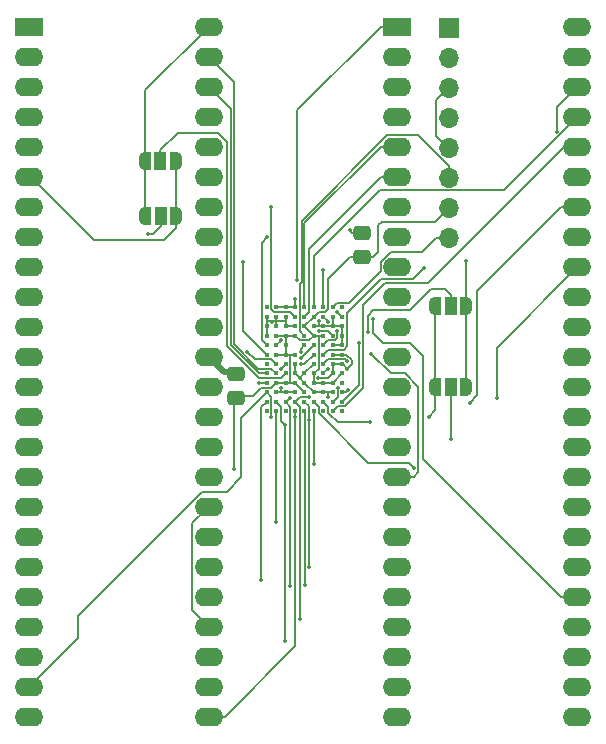
<source format=gbr>
%TF.GenerationSoftware,KiCad,Pcbnew,8.0.3*%
%TF.CreationDate,2024-11-10T11:38:16-08:00*%
%TF.ProjectId,Intel 105 BGA NOR+NAND,496e7465-6c20-4313-9035-20424741204e,rev?*%
%TF.SameCoordinates,Original*%
%TF.FileFunction,Copper,L1,Top*%
%TF.FilePolarity,Positive*%
%FSLAX46Y46*%
G04 Gerber Fmt 4.6, Leading zero omitted, Abs format (unit mm)*
G04 Created by KiCad (PCBNEW 8.0.3) date 2024-11-10 11:38:16*
%MOMM*%
%LPD*%
G01*
G04 APERTURE LIST*
G04 Aperture macros list*
%AMRoundRect*
0 Rectangle with rounded corners*
0 $1 Rounding radius*
0 $2 $3 $4 $5 $6 $7 $8 $9 X,Y pos of 4 corners*
0 Add a 4 corners polygon primitive as box body*
4,1,4,$2,$3,$4,$5,$6,$7,$8,$9,$2,$3,0*
0 Add four circle primitives for the rounded corners*
1,1,$1+$1,$2,$3*
1,1,$1+$1,$4,$5*
1,1,$1+$1,$6,$7*
1,1,$1+$1,$8,$9*
0 Add four rect primitives between the rounded corners*
20,1,$1+$1,$2,$3,$4,$5,0*
20,1,$1+$1,$4,$5,$6,$7,0*
20,1,$1+$1,$6,$7,$8,$9,0*
20,1,$1+$1,$8,$9,$2,$3,0*%
%AMFreePoly0*
4,1,19,0.550000,-0.750000,0.000000,-0.750000,0.000000,-0.744911,-0.071157,-0.744911,-0.207708,-0.704816,-0.327430,-0.627875,-0.420627,-0.520320,-0.479746,-0.390866,-0.500000,-0.250000,-0.500000,0.250000,-0.479746,0.390866,-0.420627,0.520320,-0.327430,0.627875,-0.207708,0.704816,-0.071157,0.744911,0.000000,0.744911,0.000000,0.750000,0.550000,0.750000,0.550000,-0.750000,0.550000,-0.750000,
$1*%
%AMFreePoly1*
4,1,19,0.000000,0.744911,0.071157,0.744911,0.207708,0.704816,0.327430,0.627875,0.420627,0.520320,0.479746,0.390866,0.500000,0.250000,0.500000,-0.250000,0.479746,-0.390866,0.420627,-0.520320,0.327430,-0.627875,0.207708,-0.704816,0.071157,-0.744911,0.000000,-0.744911,0.000000,-0.750000,-0.550000,-0.750000,-0.550000,0.750000,0.000000,0.750000,0.000000,0.744911,0.000000,0.744911,
$1*%
G04 Aperture macros list end*
%TA.AperFunction,SMDPad,CuDef*%
%ADD10RoundRect,0.250000X0.475000X-0.337500X0.475000X0.337500X-0.475000X0.337500X-0.475000X-0.337500X0*%
%TD*%
%TA.AperFunction,SMDPad,CuDef*%
%ADD11FreePoly0,0.000000*%
%TD*%
%TA.AperFunction,SMDPad,CuDef*%
%ADD12R,1.000000X1.500000*%
%TD*%
%TA.AperFunction,SMDPad,CuDef*%
%ADD13FreePoly1,0.000000*%
%TD*%
%TA.AperFunction,ComponentPad*%
%ADD14R,2.400000X1.600000*%
%TD*%
%TA.AperFunction,ComponentPad*%
%ADD15O,2.400000X1.600000*%
%TD*%
%TA.AperFunction,ComponentPad*%
%ADD16R,1.700000X1.700000*%
%TD*%
%TA.AperFunction,ComponentPad*%
%ADD17O,1.700000X1.700000*%
%TD*%
%TA.AperFunction,SMDPad,CuDef*%
%ADD18C,0.400000*%
%TD*%
%TA.AperFunction,ViaPad*%
%ADD19C,0.350000*%
%TD*%
%TA.AperFunction,Conductor*%
%ADD20C,0.150000*%
%TD*%
%TA.AperFunction,Conductor*%
%ADD21C,0.200000*%
%TD*%
%TA.AperFunction,Conductor*%
%ADD22C,0.500000*%
%TD*%
G04 APERTURE END LIST*
D10*
%TO.P,C2,1*%
%TO.N,VCC*%
X157680000Y-94887500D03*
%TO.P,C2,2*%
%TO.N,GND*%
X157680000Y-92812500D03*
%TD*%
D11*
%TO.P,CE4,1,A*%
%TO.N,/N-CE*%
X150000000Y-79425000D03*
D12*
%TO.P,CE4,2,C*%
%TO.N,/F4-CE*%
X151300000Y-79425000D03*
D13*
%TO.P,CE4,3,B*%
%TO.N,VCC*%
X152600000Y-79425000D03*
%TD*%
D14*
%TO.P,J3,1,Pin_1*%
%TO.N,GND*%
X140131800Y-63398400D03*
D15*
%TO.P,J3,2,Pin_2*%
%TO.N,/ALE*%
X140131800Y-65938400D03*
%TO.P,J3,3,Pin_3*%
%TO.N,/N-WP2*%
X140131800Y-68478400D03*
%TO.P,J3,4,Pin_4*%
%TO.N,/CLE*%
X140131800Y-71018400D03*
%TO.P,J3,5,Pin_5*%
%TO.N,/N-RE*%
X140131800Y-73558400D03*
%TO.P,J3,6,Pin_6*%
%TO.N,VCC*%
X140131800Y-76098400D03*
%TO.P,J3,7,Pin_7*%
%TO.N,unconnected-(J3-Pin_7-Pad7)*%
X140131800Y-78638400D03*
%TO.P,J3,8,Pin_8*%
%TO.N,unconnected-(J3-Pin_8-Pad8)*%
X140131800Y-81178400D03*
%TO.P,J3,9,Pin_9*%
%TO.N,unconnected-(J3-Pin_9-Pad9)*%
X140131800Y-83718400D03*
%TO.P,J3,10,Pin_10*%
%TO.N,unconnected-(J3-Pin_10-Pad10)*%
X140131800Y-86258400D03*
%TO.P,J3,11,Pin_11*%
%TO.N,unconnected-(J3-Pin_11-Pad11)*%
X140131800Y-88798400D03*
%TO.P,J3,12,Pin_12*%
%TO.N,unconnected-(J3-Pin_12-Pad12)*%
X140131800Y-91338400D03*
%TO.P,J3,13,Pin_13*%
%TO.N,unconnected-(J3-Pin_13-Pad13)*%
X140131800Y-93878400D03*
%TO.P,J3,14,Pin_14*%
%TO.N,VCC*%
X140131800Y-96418400D03*
%TO.P,J3,15,Pin_15*%
%TO.N,unconnected-(J3-Pin_15-Pad15)*%
X140131800Y-98958400D03*
%TO.P,J3,16,Pin_16*%
%TO.N,unconnected-(J3-Pin_16-Pad16)*%
X140131800Y-101498400D03*
%TO.P,J3,17,Pin_17*%
%TO.N,/AD0*%
X140131800Y-104038400D03*
%TO.P,J3,18,Pin_18*%
%TO.N,unconnected-(J3-Pin_18-Pad18)*%
X140131800Y-106578400D03*
%TO.P,J3,19,Pin_19*%
%TO.N,unconnected-(J3-Pin_19-Pad19)*%
X140131800Y-109118400D03*
%TO.P,J3,20,Pin_20*%
%TO.N,/AD1*%
X140131800Y-111658400D03*
%TO.P,J3,21,Pin_21*%
%TO.N,unconnected-(J3-Pin_21-Pad21)*%
X140131800Y-114198400D03*
%TO.P,J3,22,Pin_22*%
%TO.N,GND*%
X140131800Y-116738400D03*
%TO.P,J3,23,Pin_23*%
%TO.N,/AD2*%
X140131800Y-119278400D03*
%TO.P,J3,24,Pin_24*%
%TO.N,/AD3*%
X140131800Y-121818400D03*
%TO.P,J3,25,Pin_25*%
%TO.N,/AD4*%
X155371800Y-121818400D03*
%TO.P,J3,26,Pin_26*%
%TO.N,/AD6*%
X155371800Y-119278400D03*
%TO.P,J3,27,Pin_27*%
%TO.N,GND*%
X155371800Y-116738400D03*
%TO.P,J3,28,Pin_28*%
%TO.N,VCC*%
X155371800Y-114198400D03*
%TO.P,J3,29,Pin_29*%
%TO.N,/AD5*%
X155371800Y-111658400D03*
%TO.P,J3,30,Pin_30*%
%TO.N,/AD7*%
X155371800Y-109118400D03*
%TO.P,J3,31,Pin_31*%
%TO.N,unconnected-(J3-Pin_31-Pad31)*%
X155371800Y-106578400D03*
%TO.P,J3,32,Pin_32*%
%TO.N,VCC*%
X155371800Y-104038400D03*
%TO.P,J3,33,Pin_33*%
%TO.N,unconnected-(J3-Pin_33-Pad33)*%
X155371800Y-101498400D03*
%TO.P,J3,34,Pin_34*%
%TO.N,unconnected-(J3-Pin_34-Pad34)*%
X155371800Y-98958400D03*
%TO.P,J3,35,Pin_35*%
%TO.N,unconnected-(J3-Pin_35-Pad35)*%
X155371800Y-96418400D03*
%TO.P,J3,36,Pin_36*%
%TO.N,unconnected-(J3-Pin_36-Pad36)*%
X155371800Y-93878400D03*
%TO.P,J3,37,Pin_37*%
%TO.N,GND*%
X155371800Y-91338400D03*
%TO.P,J3,38,Pin_38*%
%TO.N,unconnected-(J3-Pin_38-Pad38)*%
X155371800Y-88798400D03*
%TO.P,J3,39,Pin_39*%
%TO.N,unconnected-(J3-Pin_39-Pad39)*%
X155371800Y-86258400D03*
%TO.P,J3,40,Pin_40*%
%TO.N,unconnected-(J3-Pin_40-Pad40)*%
X155371800Y-83718400D03*
%TO.P,J3,41,Pin_41*%
%TO.N,unconnected-(J3-Pin_41-Pad41)*%
X155371800Y-81178400D03*
%TO.P,J3,42,Pin_42*%
%TO.N,unconnected-(J3-Pin_42-Pad42)*%
X155371800Y-78638400D03*
%TO.P,J3,43,Pin_43*%
%TO.N,unconnected-(J3-Pin_43-Pad43)*%
X155371800Y-76098400D03*
%TO.P,J3,44,Pin_44*%
%TO.N,unconnected-(J3-Pin_44-Pad44)*%
X155371800Y-73558400D03*
%TO.P,J3,45,Pin_45*%
%TO.N,unconnected-(J3-Pin_45-Pad45)*%
X155371800Y-71018400D03*
%TO.P,J3,46,Pin_46*%
%TO.N,/N-RY{slash}BY*%
X155371800Y-68478400D03*
%TO.P,J3,47,Pin_47*%
%TO.N,/N-WE*%
X155371800Y-65938400D03*
%TO.P,J3,48,Pin_48*%
%TO.N,/N-CE*%
X155371800Y-63398400D03*
%TD*%
D14*
%TO.P,J1,1,Pin_1*%
%TO.N,/A16*%
X171348400Y-63423800D03*
D15*
%TO.P,J1,2,Pin_2*%
%TO.N,/A20*%
X171348400Y-65963800D03*
%TO.P,J1,3,Pin_3*%
%TO.N,/A21*%
X171348400Y-68503800D03*
%TO.P,J1,4,Pin_4*%
%TO.N,unconnected-(J1-Pin_4-Pad4)*%
X171348400Y-71043800D03*
%TO.P,J1,5,Pin_5*%
%TO.N,/A19*%
X171348400Y-73583800D03*
%TO.P,J1,6,Pin_6*%
%TO.N,/A18*%
X171348400Y-76123800D03*
%TO.P,J1,7,Pin_7*%
%TO.N,/A17*%
X171348400Y-78663800D03*
%TO.P,J1,8,Pin_8*%
%TO.N,/F-WP1*%
X171348400Y-81203800D03*
%TO.P,J1,9,Pin_9*%
%TO.N,/A24*%
X171348400Y-83743800D03*
%TO.P,J1,10,Pin_10*%
%TO.N,unconnected-(J1-Pin_10-Pad10)*%
X171348400Y-86283800D03*
%TO.P,J1,11,Pin_11*%
%TO.N,unconnected-(J1-Pin_11-Pad11)*%
X171348400Y-88823800D03*
%TO.P,J1,12,Pin_12*%
%TO.N,unconnected-(J1-Pin_12-Pad12)*%
X171348400Y-91363800D03*
%TO.P,J1,13,Pin_13*%
%TO.N,VPP*%
X171348400Y-93903800D03*
%TO.P,J1,14,Pin_14*%
%TO.N,/F-CE*%
X171348400Y-96443800D03*
%TO.P,J1,15,Pin_15*%
%TO.N,unconnected-(J1-Pin_15-Pad15)*%
X171348400Y-98983800D03*
%TO.P,J1,16,Pin_16*%
%TO.N,/F-RST*%
X171348400Y-101523800D03*
%TO.P,J1,17,Pin_17*%
%TO.N,unconnected-(J1-Pin_17-Pad17)*%
X171348400Y-104063800D03*
%TO.P,J1,18,Pin_18*%
%TO.N,unconnected-(J1-Pin_18-Pad18)*%
X171348400Y-106603800D03*
%TO.P,J1,19,Pin_19*%
%TO.N,unconnected-(J1-Pin_19-Pad19)*%
X171348400Y-109143800D03*
%TO.P,J1,20,Pin_20*%
%TO.N,unconnected-(J1-Pin_20-Pad20)*%
X171348400Y-111683800D03*
%TO.P,J1,21,Pin_21*%
%TO.N,unconnected-(J1-Pin_21-Pad21)*%
X171348400Y-114223800D03*
%TO.P,J1,22,Pin_22*%
%TO.N,unconnected-(J1-Pin_22-Pad22)*%
X171348400Y-116763800D03*
%TO.P,J1,23,Pin_23*%
%TO.N,unconnected-(J1-Pin_23-Pad23)*%
X171348400Y-119303800D03*
%TO.P,J1,24,Pin_24*%
%TO.N,unconnected-(J1-Pin_24-Pad24)*%
X171348400Y-121843800D03*
%TO.P,J1,25,Pin_25*%
%TO.N,unconnected-(J1-Pin_25-Pad25)*%
X186588400Y-121843800D03*
%TO.P,J1,26,Pin_26*%
%TO.N,unconnected-(J1-Pin_26-Pad26)*%
X186588400Y-119303800D03*
%TO.P,J1,27,Pin_27*%
%TO.N,unconnected-(J1-Pin_27-Pad27)*%
X186588400Y-116763800D03*
%TO.P,J1,28,Pin_28*%
%TO.N,/AD8*%
X186588400Y-114223800D03*
%TO.P,J1,29,Pin_29*%
%TO.N,/A22*%
X186588400Y-111683800D03*
%TO.P,J1,30,Pin_30*%
%TO.N,/AD1*%
X186588400Y-109143800D03*
%TO.P,J1,31,Pin_31*%
%TO.N,/AD0*%
X186588400Y-106603800D03*
%TO.P,J1,32,Pin_32*%
%TO.N,/AD9*%
X186588400Y-104063800D03*
%TO.P,J1,33,Pin_33*%
%TO.N,/AD10*%
X186588400Y-101523800D03*
%TO.P,J1,34,Pin_34*%
%TO.N,/AD2*%
X186588400Y-98983800D03*
%TO.P,J1,35,Pin_35*%
%TO.N,/AD3*%
X186588400Y-96443800D03*
%TO.P,J1,36,Pin_36*%
%TO.N,/AD11*%
X186588400Y-93903800D03*
%TO.P,J1,37,Pin_37*%
%TO.N,/AD13*%
X186588400Y-91363800D03*
%TO.P,J1,38,Pin_38*%
%TO.N,/AD5*%
X186588400Y-88823800D03*
%TO.P,J1,39,Pin_39*%
%TO.N,/AD12*%
X186588400Y-86283800D03*
%TO.P,J1,40,Pin_40*%
%TO.N,/AD4*%
X186588400Y-83743800D03*
%TO.P,J1,41,Pin_41*%
%TO.N,/AD6*%
X186588400Y-81203800D03*
%TO.P,J1,42,Pin_42*%
%TO.N,/AD7*%
X186588400Y-78663800D03*
%TO.P,J1,43,Pin_43*%
%TO.N,/AD14*%
X186588400Y-76123800D03*
%TO.P,J1,44,Pin_44*%
%TO.N,/AD15*%
X186588400Y-73583800D03*
%TO.P,J1,45,Pin_45*%
%TO.N,/A23*%
X186588400Y-71043800D03*
%TO.P,J1,46,Pin_46*%
%TO.N,/F-WE*%
X186588400Y-68503800D03*
%TO.P,J1,47,Pin_47*%
%TO.N,/F-OE*%
X186588400Y-65963800D03*
%TO.P,J1,48,Pin_48*%
%TO.N,unconnected-(J1-Pin_48-Pad48)*%
X186588400Y-63423800D03*
%TD*%
D11*
%TO.P,CE2,1,A*%
%TO.N,/F-CE*%
X174575000Y-93900000D03*
D12*
%TO.P,CE2,2,C*%
%TO.N,/F2-CE*%
X175875000Y-93900000D03*
D13*
%TO.P,CE2,3,B*%
%TO.N,VCC*%
X177175000Y-93900000D03*
%TD*%
D16*
%TO.P,J2,1,Pin_1*%
%TO.N,unconnected-(J2-Pin_1-Pad1)*%
X175691800Y-63525400D03*
D17*
%TO.P,J2,2,Pin_2*%
%TO.N,GND*%
X175691800Y-66065400D03*
%TO.P,J2,3,Pin_3*%
%TO.N,VCC*%
X175691800Y-68605400D03*
%TO.P,J2,4,Pin_4*%
%TO.N,GND*%
X175691800Y-71145400D03*
%TO.P,J2,5,Pin_5*%
%TO.N,VCC*%
X175691800Y-73685400D03*
%TO.P,J2,6,Pin_6*%
%TO.N,/ADV*%
X175691800Y-76225400D03*
%TO.P,J2,7,Pin_7*%
%TO.N,VCC*%
X175691800Y-78765400D03*
%TO.P,J2,8,Pin_8*%
%TO.N,/A25*%
X175691800Y-81305400D03*
%TD*%
D18*
%TO.P,U1,A1*%
%TO.N,N/C*%
X160287000Y-87172800D03*
%TO.P,U1,A2,A4*%
%TO.N,GND*%
X161087000Y-87172800D03*
%TO.P,U1,A3,A6*%
X161887000Y-87172800D03*
%TO.P,U1,A4,A7*%
X162687000Y-87172800D03*
%TO.P,U1,A5,A19*%
%TO.N,/A19*%
X163487000Y-87172800D03*
%TO.P,U1,A6,A23*%
%TO.N,/A23*%
X164287000Y-87172800D03*
%TO.P,U1,A7,A24*%
%TO.N,/A24*%
X165087000Y-87172800D03*
%TO.P,U1,A8,A25*%
%TO.N,/A25*%
X165887000Y-87172800D03*
%TO.P,U1,A9*%
%TO.N,N/C*%
X166687000Y-87172800D03*
%TO.P,U1,B1,A2*%
%TO.N,GND*%
X160287000Y-87972800D03*
%TO.P,U1,B2,A3*%
X161087000Y-87972800D03*
%TO.P,U1,B3,A5*%
X161887000Y-87972800D03*
%TO.P,U1,B4,A17*%
%TO.N,/A17*%
X162687000Y-87972800D03*
%TO.P,U1,B5,A18*%
%TO.N,/A18*%
X163487000Y-87972800D03*
%TO.P,U1,B6,F-DPD*%
%TO.N,VCC*%
X164287000Y-87972800D03*
%TO.P,U1,B7,A22*%
%TO.N,/A22*%
X165087000Y-87972800D03*
%TO.P,U1,B8,A26*%
%TO.N,GND*%
X165887000Y-87972800D03*
%TO.P,U1,B9,A16*%
%TO.N,/A16*%
X166687000Y-87972800D03*
%TO.P,U1,C1,A1*%
%TO.N,GND*%
X160287000Y-88772800D03*
%TO.P,U1,C2,VSS*%
X161087000Y-88772800D03*
%TO.P,U1,C3,VSS*%
X161887000Y-88772800D03*
%TO.P,U1,C4,VSS*%
X162687000Y-88772800D03*
%TO.P,U1,C5,D-VCC*%
%TO.N,VCC*%
X163487000Y-88772800D03*
%TO.P,U1,C6,VSS*%
%TO.N,GND*%
X164287000Y-88772800D03*
%TO.P,U1,C7,VSS*%
X165087000Y-88772800D03*
%TO.P,U1,C8,VSS*%
X165887000Y-88772800D03*
%TO.P,U1,C9,A15*%
X166687000Y-88772800D03*
%TO.P,U1,D1,A0*%
X160287000Y-89572800D03*
%TO.P,U1,D2,S-VCC*%
%TO.N,VCC*%
X161087000Y-89572800D03*
%TO.P,U1,D3,D-VCC*%
X161887000Y-89572800D03*
%TO.P,U1,D4,F1-VCC*%
X162687000Y-89572800D03*
%TO.P,U1,D5,~{ADV}*%
%TO.N,/ADV*%
X163487000Y-89572800D03*
%TO.P,U1,D6,F2-VCC*%
%TO.N,VCC*%
X164287000Y-89572800D03*
%TO.P,U1,D7,D-VCC*%
X165087000Y-89572800D03*
%TO.P,U1,D8,N-ALE*%
%TO.N,/ALE*%
X165887000Y-89572800D03*
%TO.P,U1,D9,A14*%
%TO.N,GND*%
X166687000Y-89572800D03*
%TO.P,U1,E1,F-~{WP1}*%
%TO.N,/F-WP1*%
X160287000Y-90372800D03*
%TO.P,U1,E2,~{WE}*%
%TO.N,/F-WE*%
X161087000Y-90372800D03*
%TO.P,U1,E3,D2-~{CS}*%
%TO.N,VCC*%
X161887000Y-90372800D03*
%TO.P,U1,E5,N-CLE*%
%TO.N,/CLE*%
X163487000Y-90372800D03*
%TO.P,U1,E6,F4-~{CE}/A27*%
%TO.N,/F4-CE*%
X164287000Y-90372800D03*
%TO.P,U1,E7,A21*%
%TO.N,/A21*%
X165087000Y-90372800D03*
%TO.P,U1,E8,A10*%
%TO.N,GND*%
X165887000Y-90372800D03*
%TO.P,U1,E9,A13*%
X166687000Y-90372800D03*
%TO.P,U1,F1,F-~{WP2}*%
%TO.N,/N-WP2*%
X160287000Y-91172800D03*
%TO.P,U1,F2,D1-~{CS}*%
%TO.N,VCC*%
X161087000Y-91172800D03*
%TO.P,U1,F3,D-~{CAS}*%
X161887000Y-91172800D03*
%TO.P,U1,F4,D-~{RAS}*%
X162687000Y-91172800D03*
%TO.P,U1,F6,N-~{RE}/S-~{CS1}*%
%TO.N,/N-RE*%
X164287000Y-91172800D03*
%TO.P,U1,F7,A20*%
%TO.N,/A20*%
X165087000Y-91172800D03*
%TO.P,U1,F8,A9*%
%TO.N,GND*%
X165887000Y-91172800D03*
%TO.P,U1,F9,A12*%
X166687000Y-91172800D03*
%TO.P,U1,G1,N/C*%
%TO.N,unconnected-(U1-N{slash}C-PadG1)*%
X160287000Y-91972800D03*
%TO.P,U1,G2,F2-~{CE}*%
%TO.N,/F2-CE*%
X161087000Y-91972800D03*
%TO.P,U1,G3,F1-~{CE}*%
%TO.N,/F1-CE*%
X161887000Y-91972800D03*
%TO.P,U1,G4,D-BA0*%
%TO.N,GND*%
X162687000Y-91972800D03*
%TO.P,U1,G6,D-CKE*%
X164287000Y-91972800D03*
%TO.P,U1,G7,F-~{RST}*%
%TO.N,/F-RST*%
X165087000Y-91972800D03*
%TO.P,U1,G8,A8*%
%TO.N,GND*%
X165887000Y-91972800D03*
%TO.P,U1,G9,A11*%
X166687000Y-91972800D03*
%TO.P,U1,H1,N-RY/~{BY}*%
%TO.N,/N-RY{slash}BY*%
X160287000Y-92772800D03*
%TO.P,U1,H2,N-~{WE}/S-CS2*%
%TO.N,/N-WE*%
X161087000Y-92772800D03*
%TO.P,U1,H3,F3-~{CE}*%
%TO.N,/F3-CE*%
X161887000Y-92772800D03*
%TO.P,U1,H4,D-BA1*%
%TO.N,GND*%
X162687000Y-92772800D03*
%TO.P,U1,H5,D-~{CLK}*%
X163487000Y-92772800D03*
%TO.P,U1,H6,D-~{WE}*%
%TO.N,VCC*%
X164287000Y-92772800D03*
%TO.P,U1,H7,~{OE}*%
%TO.N,/F-OE*%
X165087000Y-92772800D03*
%TO.P,U1,H8,D-DM1/R-~{UB}*%
%TO.N,GND*%
X165887000Y-92772800D03*
%TO.P,U1,H9,D-DM0/R-~{LB}*%
%TO.N,VCC*%
X166687000Y-92772800D03*
%TO.P,U1,J1,F-VPP*%
%TO.N,VPP*%
X160287000Y-93572800D03*
%TO.P,U1,J2,VCCQ*%
%TO.N,VCC*%
X161087000Y-93572800D03*
%TO.P,U1,J3,VCCQ*%
X161887000Y-93572800D03*
%TO.P,U1,J4,F1-VCC*%
X162687000Y-93572800D03*
%TO.P,U1,J5,D-CLK*%
%TO.N,GND*%
X163487000Y-93572800D03*
%TO.P,U1,J6,F2-VCC*%
%TO.N,VCC*%
X164287000Y-93572800D03*
%TO.P,U1,J7,VCCQ*%
X165087000Y-93572800D03*
%TO.P,U1,J8,VCCQ*%
X165887000Y-93572800D03*
%TO.P,U1,J9,F-WAIT*%
%TO.N,unconnected-(U1-F-WAIT-PadJ9)*%
X166687000Y-93572800D03*
%TO.P,U1,K1,AD2*%
%TO.N,/AD2*%
X160287000Y-94372800D03*
%TO.P,U1,K2,VSS*%
%TO.N,GND*%
X161087000Y-94372800D03*
%TO.P,U1,K3,VSS*%
X161887000Y-94372800D03*
%TO.P,U1,K4,VSS*%
X162687000Y-94372800D03*
%TO.P,U1,K5,F-CLK*%
%TO.N,VCC*%
X163487000Y-94372800D03*
%TO.P,U1,K6,VSS*%
%TO.N,GND*%
X164287000Y-94372800D03*
%TO.P,U1,K7,VSS*%
X165087000Y-94372800D03*
%TO.P,U1,K8,VSS*%
X165887000Y-94372800D03*
%TO.P,U1,K9,AD13*%
%TO.N,/AD13*%
X166687000Y-94372800D03*
%TO.P,U1,L1,AD1*%
%TO.N,/AD1*%
X160287000Y-95172800D03*
%TO.P,U1,L2,AD3*%
%TO.N,/AD3*%
X161087000Y-95172800D03*
%TO.P,U1,L3,AD5*%
%TO.N,/AD5*%
X161887000Y-95172800D03*
%TO.P,U1,L4,AD6*%
%TO.N,/AD6*%
X162687000Y-95172800D03*
%TO.P,U1,L5,AD7*%
%TO.N,/AD7*%
X163487000Y-95172800D03*
%TO.P,U1,L6,AD9*%
%TO.N,/AD9*%
X164287000Y-95172800D03*
%TO.P,U1,L7,AD11*%
%TO.N,/AD11*%
X165087000Y-95172800D03*
%TO.P,U1,L8,AD12*%
%TO.N,/AD12*%
X165887000Y-95172800D03*
%TO.P,U1,L9,AD14*%
%TO.N,/AD14*%
X166687000Y-95172800D03*
%TO.P,U1,M1*%
%TO.N,N/C*%
X160287000Y-95972800D03*
%TO.P,U1,M2,AD0*%
%TO.N,/AD0*%
X161087000Y-95972800D03*
%TO.P,U1,M3,D-LDQS*%
%TO.N,unconnected-(U1-D-LDQS-PadM3)*%
X161887000Y-95972800D03*
%TO.P,U1,M4,AD4*%
%TO.N,/AD4*%
X162687000Y-95972800D03*
%TO.P,U1,M5,AD8*%
%TO.N,/AD8*%
X163487000Y-95972800D03*
%TO.P,U1,M6,AD10*%
%TO.N,/AD10*%
X164287000Y-95972800D03*
%TO.P,U1,M7,D-UDQS*%
%TO.N,unconnected-(U1-D-UDQS-PadM7)*%
X165087000Y-95972800D03*
%TO.P,U1,M8,AD15*%
%TO.N,/AD15*%
X165887000Y-95972800D03*
%TO.P,U1,M9*%
%TO.N,N/C*%
X166687000Y-95972800D03*
%TD*%
D10*
%TO.P,C1,1*%
%TO.N,VCC*%
X168350000Y-82917500D03*
%TO.P,C1,2*%
%TO.N,GND*%
X168350000Y-80842500D03*
%TD*%
D11*
%TO.P,CE3,1,A*%
%TO.N,/N-CE*%
X149975000Y-74750000D03*
D12*
%TO.P,CE3,2,C*%
%TO.N,/F3-CE*%
X151275000Y-74750000D03*
D13*
%TO.P,CE3,3,B*%
%TO.N,VCC*%
X152575000Y-74750000D03*
%TD*%
D11*
%TO.P,CE1,1,A*%
%TO.N,/F-CE*%
X174575000Y-87025000D03*
D12*
%TO.P,CE1,2,C*%
%TO.N,/F1-CE*%
X175875000Y-87025000D03*
D13*
%TO.P,CE1,3,B*%
%TO.N,VCC*%
X177175000Y-87025000D03*
%TD*%
D19*
%TO.N,/F-CE*%
X174010000Y-96443800D03*
%TO.N,VCC*%
X157539300Y-100877200D03*
X177175000Y-83250000D03*
%TO.N,/F1-CE*%
X168850000Y-89225000D03*
X161475000Y-92400000D03*
%TO.N,/F2-CE*%
X175875000Y-98355000D03*
X158663542Y-90961458D03*
%TO.N,/F4-CE*%
X163161996Y-91480354D03*
X150240862Y-80934138D03*
%TO.N,/AD10*%
X164287000Y-100397000D03*
%TO.N,/AD7*%
X163877300Y-109118400D03*
X163877300Y-96675000D03*
X177475100Y-95252500D03*
%TO.N,/AD6*%
X163875000Y-94775000D03*
X163087000Y-113552400D03*
%TO.N,/AD2*%
X160691200Y-96494600D03*
%TO.N,/AD11*%
X169075000Y-96925000D03*
%TO.N,/AD8*%
X163514400Y-110649800D03*
%TO.N,/A20*%
X173600000Y-83875000D03*
%TO.N,VPP*%
X159625000Y-93575000D03*
%TO.N,/AD3*%
X161859100Y-115427100D03*
X161859100Y-97150000D03*
%TO.N,/A22*%
X169260000Y-88150000D03*
X165470000Y-88380000D03*
%TO.N,/AD9*%
X172777500Y-100760600D03*
%TO.N,/F-RST*%
X167120175Y-91749801D03*
X169158400Y-91129600D03*
%TO.N,/AD5*%
X162292800Y-110769900D03*
X162224050Y-94835750D03*
%TO.N,/F-WE*%
X184837000Y-72290800D03*
X161470000Y-89980000D03*
%TO.N,/A21*%
X166275000Y-89175000D03*
%TO.N,/F-OE*%
X165479800Y-92380000D03*
%TO.N,/A16*%
X162886900Y-84893000D03*
X166275000Y-87550000D03*
%TO.N,/AD1*%
X159840000Y-110260000D03*
%TO.N,/AD4*%
X162687000Y-96475000D03*
X179755800Y-94890000D03*
%TO.N,/AD14*%
X168087500Y-90212500D03*
%TO.N,/AD13*%
X167164200Y-94178800D03*
%TO.N,/A17*%
X160687000Y-78663800D03*
%TO.N,/A24*%
X165087000Y-83999000D03*
%TO.N,/AD12*%
X166292800Y-93978600D03*
%TO.N,/AD0*%
X161090000Y-105389400D03*
%TO.N,/F-WP1*%
X160337000Y-81220000D03*
%TO.N,GND*%
X161475000Y-93975000D03*
X164662000Y-93160000D03*
X167330000Y-80650000D03*
X167125000Y-92375000D03*
X164687100Y-88372800D03*
X163092600Y-93167200D03*
X160700000Y-88375000D03*
X165487100Y-94750000D03*
X162687000Y-86435100D03*
%TO.N,/ALE*%
X164680000Y-89170000D03*
%TO.N,/N-RE*%
X163161996Y-91975330D03*
%TO.N,/CLE*%
X163160000Y-90950000D03*
%TO.N,/N-WP2*%
X158305500Y-83330000D03*
%TD*%
D20*
%TO.N,/F-CE*%
X174575000Y-87025000D02*
X174575000Y-93900000D01*
X174575000Y-95878800D02*
X174575000Y-93900000D01*
X174010000Y-96443800D02*
X174575000Y-95878800D01*
D21*
%TO.N,VCC*%
X161087000Y-91172800D02*
X162290000Y-91172800D01*
X161887000Y-89572800D02*
X161087000Y-89572800D01*
X161087000Y-93572800D02*
X162300000Y-93572800D01*
X165481000Y-86893400D02*
X165481000Y-84794000D01*
X162687000Y-89572800D02*
X161887000Y-89572800D01*
X165481000Y-84794000D02*
X167326400Y-82948600D01*
X165487000Y-86899400D02*
X165487000Y-87338486D01*
X159827200Y-93972800D02*
X159112700Y-94687300D01*
X175691800Y-68605400D02*
X174641800Y-69655400D01*
X164700000Y-89572800D02*
X165087000Y-89572800D01*
X164287000Y-93572800D02*
X165087000Y-93572800D01*
X175691800Y-78765400D02*
X174523400Y-79933800D01*
X164687000Y-87572800D02*
X164287000Y-87972800D01*
D20*
X145675000Y-81450000D02*
X140323400Y-76098400D01*
D21*
X169748200Y-82499200D02*
X169298800Y-82948600D01*
X160687000Y-93972800D02*
X159827200Y-93972800D01*
X169298800Y-82948600D02*
X168325800Y-82948600D01*
X167326400Y-82948600D02*
X168325800Y-82948600D01*
X164287000Y-87972800D02*
X163487000Y-88772800D01*
X174641800Y-69655400D02*
X174641800Y-72635400D01*
X157539300Y-94687300D02*
X157539300Y-100877200D01*
X164287000Y-92772800D02*
X164287000Y-93572800D01*
D20*
X152600000Y-79425000D02*
X152582400Y-79442600D01*
D21*
X177175000Y-87025000D02*
X177175000Y-93900000D01*
D20*
X153996800Y-112823400D02*
X155371800Y-114198400D01*
D21*
X162287000Y-91175800D02*
X162290000Y-91172800D01*
X162300000Y-93572800D02*
X162687000Y-93572800D01*
X164287000Y-92772800D02*
X164687000Y-92372800D01*
D20*
X155371800Y-104038400D02*
X153996800Y-105413400D01*
D21*
X162287000Y-93559800D02*
X162287000Y-91175800D01*
X174641800Y-72635400D02*
X175691800Y-73685400D01*
X163087000Y-89972800D02*
X162687000Y-89572800D01*
X164687000Y-92372800D02*
X164687000Y-89585800D01*
X163887000Y-89972800D02*
X163087000Y-89972800D01*
D20*
X151600000Y-81450000D02*
X145675000Y-81450000D01*
D21*
X162290000Y-91172800D02*
X162687000Y-91172800D01*
X164287000Y-89572800D02*
X164700000Y-89572800D01*
D20*
X152582400Y-80467600D02*
X151600000Y-81450000D01*
D21*
X161887000Y-89572800D02*
X161887000Y-90372800D01*
X169748200Y-80238600D02*
X169748200Y-82499200D01*
X174523400Y-79933800D02*
X170053000Y-79933800D01*
X159112700Y-94687300D02*
X157539300Y-94687300D01*
X165487000Y-87338486D02*
X165252686Y-87572800D01*
X165087000Y-93572800D02*
X165887000Y-93572800D01*
X165252686Y-87572800D02*
X164687000Y-87572800D01*
X165481000Y-86893400D02*
X165487000Y-86899400D01*
D20*
X140323400Y-76098400D02*
X140131800Y-76098400D01*
X152600000Y-74775000D02*
X152575000Y-74750000D01*
D21*
X162300000Y-93572800D02*
X162287000Y-93559800D01*
X161087000Y-93572800D02*
X160687000Y-93972800D01*
X163487000Y-88772800D02*
X164287000Y-89572800D01*
X162687000Y-93572800D02*
X163487000Y-94372800D01*
D20*
X152582400Y-79442600D02*
X152582400Y-80467600D01*
D21*
X165887000Y-93572800D02*
X166687000Y-92772800D01*
X177175000Y-83250000D02*
X177175000Y-87025000D01*
X161887000Y-90372800D02*
X161887000Y-91172800D01*
D20*
X152600000Y-79425000D02*
X152600000Y-74775000D01*
X153996800Y-105413400D02*
X153996800Y-112823400D01*
D21*
X164287000Y-89572800D02*
X163887000Y-89972800D01*
X170053000Y-79933800D02*
X169748200Y-80238600D01*
X164687000Y-89585800D02*
X164700000Y-89572800D01*
D20*
%TO.N,/F1-CE*%
X169300000Y-87425000D02*
X172400000Y-87425000D01*
X161475000Y-92384800D02*
X161887000Y-91972800D01*
X168850000Y-87875000D02*
X169300000Y-87425000D01*
X168850000Y-89225000D02*
X168850000Y-87875000D01*
X172400000Y-87425000D02*
X174175000Y-85650000D01*
X175400000Y-85650000D02*
X175875000Y-86125000D01*
X161475000Y-92400000D02*
X161475000Y-92384800D01*
X175875000Y-86125000D02*
X175875000Y-87025000D01*
X174175000Y-85650000D02*
X175400000Y-85650000D01*
%TO.N,/F2-CE*%
X160684200Y-91570000D02*
X161087000Y-91972800D01*
X159272084Y-91570000D02*
X160684200Y-91570000D01*
X158663542Y-90961458D02*
X159272084Y-91570000D01*
X175875000Y-98355000D02*
X175875000Y-93900000D01*
%TO.N,/N-CE*%
X155371800Y-63398400D02*
X149975000Y-68795200D01*
X149975000Y-68795200D02*
X149975000Y-74750000D01*
X149975000Y-74750000D02*
X150025000Y-74800000D01*
X150025000Y-79400000D02*
X150000000Y-79425000D01*
X150025000Y-74800000D02*
X150025000Y-79400000D01*
%TO.N,/F3-CE*%
X152750000Y-72375000D02*
X156150000Y-72375000D01*
X161481200Y-93178600D02*
X161887000Y-92772800D01*
X159678600Y-93178600D02*
X161481200Y-93178600D01*
X156925000Y-90425000D02*
X159678600Y-93178600D01*
X151275000Y-73850000D02*
X152750000Y-72375000D01*
X156150000Y-72375000D02*
X156925000Y-73150000D01*
X151275000Y-74750000D02*
X151275000Y-73850000D01*
X156925000Y-73150000D02*
X156925000Y-90425000D01*
%TO.N,/F4-CE*%
X151300000Y-80300000D02*
X151300000Y-79425000D01*
X163179446Y-91480354D02*
X164287000Y-90372800D01*
X150240862Y-80934138D02*
X150665862Y-80934138D01*
X150665862Y-80934138D02*
X151300000Y-80300000D01*
X163161996Y-91480354D02*
X163179446Y-91480354D01*
%TO.N,/AD10*%
X164287000Y-95972800D02*
X164287000Y-100397000D01*
%TO.N,/AD7*%
X178125000Y-94602600D02*
X177475100Y-95252500D01*
X178125000Y-85750500D02*
X178125000Y-94602600D01*
X185211700Y-78663800D02*
X178125000Y-85750500D01*
X163877300Y-96675000D02*
X163877300Y-95563100D01*
X163877300Y-95563100D02*
X163487000Y-95172800D01*
X163877300Y-109118400D02*
X163877300Y-96675000D01*
X186588400Y-78663800D02*
X185211700Y-78663800D01*
%TO.N,/AD6*%
X163087000Y-95572800D02*
X162687000Y-95172800D01*
X163084800Y-94775000D02*
X162687000Y-95172800D01*
X163087000Y-113552400D02*
X163087000Y-95572800D01*
X163875000Y-94775000D02*
X163084800Y-94775000D01*
%TO.N,/A18*%
X163487000Y-87972800D02*
X163892800Y-87567000D01*
X171348400Y-76123800D02*
X169971700Y-76123800D01*
X163892800Y-87567000D02*
X163892800Y-82202700D01*
X163892800Y-82202700D02*
X169971700Y-76123800D01*
%TO.N,/AD2*%
X158129900Y-96529900D02*
X158129900Y-101560100D01*
X144272000Y-115138200D02*
X140131800Y-119278400D01*
X160691200Y-96494600D02*
X160691200Y-94777000D01*
X144272000Y-113309300D02*
X144272000Y-115138200D01*
X160691200Y-94777000D02*
X160287000Y-94372800D01*
X156921600Y-102768400D02*
X154812900Y-102768400D01*
X154812900Y-102768400D02*
X144272000Y-113309300D01*
X160287000Y-94372800D02*
X158129900Y-96529900D01*
X158129900Y-101560100D02*
X156921600Y-102768400D01*
%TO.N,/AD11*%
X169075000Y-96925000D02*
X166297000Y-96925000D01*
X165492800Y-96120800D02*
X165492800Y-95578600D01*
X165492800Y-95578600D02*
X165087000Y-95172800D01*
X166297000Y-96925000D02*
X165492800Y-96120800D01*
%TO.N,/A23*%
X169864500Y-77252100D02*
X164287000Y-82829600D01*
X180380100Y-77252100D02*
X169864500Y-77252100D01*
X164287000Y-82829600D02*
X164287000Y-87172800D01*
X186588400Y-71043800D02*
X180380100Y-77252100D01*
%TO.N,/AD8*%
X163487000Y-95972800D02*
X163514400Y-96000200D01*
X163514400Y-96000200D02*
X163514400Y-110649800D01*
%TO.N,/A20*%
X172689800Y-84785200D02*
X170002200Y-84785200D01*
X167125000Y-87662400D02*
X167125000Y-90465131D01*
X166810131Y-90780000D02*
X165479800Y-90780000D01*
X165479800Y-90780000D02*
X165087000Y-91172800D01*
X173600000Y-83875000D02*
X172689800Y-84785200D01*
X167125000Y-90465131D02*
X166810131Y-90780000D01*
X170002200Y-84785200D02*
X167125000Y-87662400D01*
%TO.N,VPP*%
X159627200Y-93572800D02*
X160287000Y-93572800D01*
%TO.N,/AD3*%
X161859100Y-97150000D02*
X161490000Y-96780900D01*
X161490000Y-96780900D02*
X161490000Y-95575800D01*
X161859100Y-97150000D02*
X161859100Y-115427100D01*
X161490000Y-95575800D02*
X161087000Y-95172800D01*
%TO.N,/A22*%
X185211700Y-111683800D02*
X186588400Y-111683800D01*
X173550000Y-100022100D02*
X185211700Y-111683800D01*
X165470000Y-88355800D02*
X165470000Y-88380000D01*
X170125000Y-90175000D02*
X172425000Y-90175000D01*
X173550000Y-91300000D02*
X173550000Y-100022100D01*
X172425000Y-90175000D02*
X173550000Y-91300000D01*
X169260000Y-89310000D02*
X170125000Y-90175000D01*
X165087000Y-87972800D02*
X165470000Y-88355800D01*
X169260000Y-88150000D02*
X169260000Y-89310000D01*
%TO.N,/AD9*%
X164687000Y-95572800D02*
X164687000Y-96138700D01*
X172359200Y-100342300D02*
X172777500Y-100760600D01*
X164687000Y-96138700D02*
X168890600Y-100342300D01*
X168890600Y-100342300D02*
X172359200Y-100342300D01*
X164287000Y-95172800D02*
X164687000Y-95572800D01*
%TO.N,/F-RST*%
X167120175Y-91749801D02*
X166943174Y-91572800D01*
X173133200Y-101115700D02*
X172725100Y-101523800D01*
X166943174Y-91572800D02*
X165487000Y-91572800D01*
X170784000Y-92755200D02*
X171999900Y-92755200D01*
X172725100Y-101523800D02*
X171348400Y-101523800D01*
X171999900Y-92755200D02*
X173133200Y-93888500D01*
X169158400Y-91129600D02*
X170784000Y-92755200D01*
X165487000Y-91572800D02*
X165087000Y-91972800D01*
X173133200Y-93888500D02*
X173133200Y-101115700D01*
%TO.N,/AD5*%
X162292800Y-95578600D02*
X161887000Y-95172800D01*
X162292800Y-110769900D02*
X162292800Y-95578600D01*
X162224050Y-94835750D02*
X161887000Y-95172800D01*
%TO.N,/F-WE*%
X184837000Y-72290800D02*
X184837000Y-70255200D01*
X184837000Y-70255200D02*
X186588400Y-68503800D01*
X161470000Y-89989800D02*
X161087000Y-90372800D01*
X161470000Y-89980000D02*
X161470000Y-89989800D01*
%TO.N,/A21*%
X166050000Y-89970000D02*
X165489800Y-89970000D01*
X166275000Y-89745000D02*
X166050000Y-89970000D01*
X165489800Y-89970000D02*
X165087000Y-90372800D01*
X166275000Y-89175000D02*
X166275000Y-89745000D01*
%TO.N,/F-OE*%
X165479800Y-92380000D02*
X165087000Y-92772800D01*
%TO.N,/A16*%
X162886900Y-84893000D02*
X162886900Y-70508600D01*
X162886900Y-70508600D02*
X169971700Y-63423800D01*
X166687000Y-87962000D02*
X166687000Y-87972800D01*
X166275000Y-87550000D02*
X166687000Y-87962000D01*
X169971700Y-63423800D02*
X171348400Y-63423800D01*
%TO.N,/AD15*%
X185441200Y-73583800D02*
X186588400Y-73583800D01*
X168475000Y-93979800D02*
X168475000Y-86972800D01*
X165887000Y-95972800D02*
X166292800Y-95567000D01*
X170332400Y-85115400D02*
X173909600Y-85115400D01*
X173909600Y-85115400D02*
X185441200Y-73583800D01*
X166292800Y-95567000D02*
X166887800Y-95567000D01*
X168475000Y-86972800D02*
X170332400Y-85115400D01*
X166887800Y-95567000D02*
X168475000Y-93979800D01*
%TO.N,/AD1*%
X159837600Y-110257600D02*
X159837600Y-95622200D01*
X159840000Y-110260000D02*
X159837600Y-110257600D01*
X159837600Y-95622200D02*
X160287000Y-95172800D01*
%TO.N,/AD4*%
X162687000Y-115879900D02*
X156748500Y-121818400D01*
X179755800Y-90576400D02*
X186588400Y-83743800D01*
X162687000Y-96475000D02*
X162687000Y-95972800D01*
X162687000Y-96475000D02*
X162687000Y-115879900D01*
X179755800Y-94890000D02*
X179755800Y-90576400D01*
X156748500Y-121818400D02*
X155371800Y-121818400D01*
%TO.N,/AD14*%
X168087500Y-93772300D02*
X166687000Y-95172800D01*
X168087500Y-90212500D02*
X168087500Y-93772300D01*
%TO.N,/AD13*%
X166970200Y-94372800D02*
X166687000Y-94372800D01*
X167164200Y-94178800D02*
X166970200Y-94372800D01*
%TO.N,/A17*%
X162287000Y-87572800D02*
X160932400Y-87572800D01*
X162687000Y-87972800D02*
X162287000Y-87572800D01*
X160687000Y-87327400D02*
X160687000Y-78663800D01*
X160932400Y-87572800D02*
X160687000Y-87327400D01*
%TO.N,/A24*%
X165087000Y-87172800D02*
X165087000Y-83999000D01*
%TO.N,/AD12*%
X166292800Y-94767000D02*
X165887000Y-95172800D01*
X166292800Y-93978600D02*
X166292800Y-94767000D01*
%TO.N,/AD0*%
X161087000Y-105386400D02*
X161087000Y-95972800D01*
X161090000Y-105389400D02*
X161087000Y-105386400D01*
%TO.N,/A19*%
X163490300Y-80065200D02*
X169971700Y-73583800D01*
X171348400Y-73583800D02*
X169971700Y-73583800D01*
X163487000Y-87172800D02*
X163490300Y-87169500D01*
X163490300Y-87169500D02*
X163490300Y-80065200D01*
%TO.N,/F-WP1*%
X159862200Y-89948000D02*
X160287000Y-90372800D01*
X159862200Y-81694800D02*
X159862200Y-89948000D01*
X160337000Y-81220000D02*
X159862200Y-81694800D01*
%TO.N,/A25*%
X175691800Y-81305400D02*
X174665100Y-81305400D01*
X169973400Y-83339942D02*
X169973400Y-84101600D01*
X167277200Y-86797800D02*
X166262000Y-86797800D01*
X169973400Y-84101600D02*
X167277200Y-86797800D01*
X173471300Y-82499200D02*
X170814142Y-82499200D01*
X166262000Y-86797800D02*
X165887000Y-87172800D01*
X174665100Y-81305400D02*
X173471300Y-82499200D01*
X170814142Y-82499200D02*
X169973400Y-83339942D01*
%TO.N,/ADV*%
X163086800Y-85190500D02*
X163238600Y-85038700D01*
X163238600Y-85038700D02*
X163238600Y-79854500D01*
X163238600Y-79854500D02*
X170499000Y-72594100D01*
X170499000Y-72594100D02*
X173087200Y-72594100D01*
X163487000Y-89572800D02*
X163086800Y-89172600D01*
X173087200Y-72594100D02*
X175691800Y-75198700D01*
X175691800Y-76225400D02*
X175691800Y-75198700D01*
X163086800Y-89172600D02*
X163086800Y-85190500D01*
%TO.N,GND*%
X160287000Y-88772800D02*
X160287000Y-89572800D01*
X163487000Y-92772800D02*
X164287000Y-91972800D01*
X165887000Y-90372800D02*
X166687000Y-90372800D01*
D21*
X168325800Y-80873600D02*
X167553600Y-80873600D01*
D20*
X160287000Y-87972800D02*
X160287000Y-88372800D01*
X166687000Y-88772800D02*
X166687000Y-89572800D01*
X164287000Y-94372800D02*
X165087000Y-94372800D01*
X165887000Y-88772800D02*
X166687000Y-88772800D01*
X165087000Y-88772800D02*
X164687100Y-88772800D01*
X163092600Y-93167200D02*
X163081400Y-93167200D01*
X162687000Y-91972800D02*
X162687000Y-92772800D01*
X165887000Y-87972800D02*
X165887000Y-88772800D01*
D21*
X167553600Y-80873600D02*
X167330000Y-80650000D01*
D20*
X164687100Y-88772800D02*
X164687100Y-88372800D01*
X164662000Y-93160000D02*
X165499800Y-93160000D01*
X165487100Y-94372800D02*
X165887000Y-94372800D01*
X163092600Y-93167200D02*
X163487000Y-92772800D01*
X161172800Y-87172800D02*
X161887000Y-87172800D01*
X165887000Y-91972800D02*
X165887000Y-92772800D01*
X165499800Y-93160000D02*
X165887000Y-92772800D01*
X163081400Y-93167200D02*
X162687000Y-92772800D01*
X165887000Y-91172800D02*
X166687000Y-91172800D01*
X161887000Y-88372800D02*
X161887000Y-88772800D01*
X166687000Y-91172800D02*
X167038149Y-91172800D01*
X165487100Y-94372800D02*
X165487100Y-94750000D01*
X161475000Y-94372800D02*
X161475000Y-93975000D01*
X163487000Y-93572800D02*
X164287000Y-94372800D01*
X161887000Y-87972800D02*
X161887000Y-88372800D01*
X165887000Y-88772800D02*
X165087000Y-88772800D01*
X162687000Y-94372800D02*
X161887000Y-94372800D01*
X161887000Y-87172800D02*
X162687000Y-87172800D01*
X165087000Y-94372800D02*
X165487100Y-94372800D01*
X163092600Y-93167200D02*
X163092600Y-93178400D01*
X161087000Y-88372800D02*
X161087000Y-88772800D01*
X163092600Y-93178400D02*
X163487000Y-93572800D01*
X166722800Y-91972800D02*
X167125000Y-92375000D01*
X164687100Y-88772800D02*
X164287000Y-88772800D01*
X166687000Y-89572800D02*
X166687000Y-90372800D01*
X161087000Y-87972800D02*
X161087000Y-88372800D01*
X161443100Y-88372800D02*
X161887000Y-88372800D01*
D22*
X156645700Y-92612300D02*
X155371800Y-91338400D01*
D20*
X167525000Y-91659651D02*
X167525000Y-91975000D01*
X161087000Y-94372800D02*
X161087000Y-94363000D01*
X167525000Y-91975000D02*
X167125000Y-92375000D01*
X160287000Y-88372800D02*
X161087000Y-88372800D01*
X161475000Y-94372800D02*
X161887000Y-94372800D01*
X165887000Y-91972800D02*
X166687000Y-91972800D01*
X161887000Y-88772800D02*
X162687000Y-88772800D01*
X162687000Y-87172800D02*
X162687000Y-86435100D01*
X161087000Y-88372800D02*
X161443100Y-88372800D01*
D22*
X157632400Y-92612300D02*
X156645700Y-92612300D01*
D20*
X161087000Y-94372800D02*
X161475000Y-94372800D01*
X166687000Y-91972800D02*
X166722800Y-91972800D01*
X160287000Y-88372800D02*
X160287000Y-88772800D01*
X167038149Y-91172800D02*
X167525000Y-91659651D01*
%TO.N,/ALE*%
X165484200Y-89170000D02*
X165887000Y-89572800D01*
X164680000Y-89170000D02*
X165484200Y-89170000D01*
%TO.N,/N-RE*%
X163161996Y-91975330D02*
X163484470Y-91975330D01*
X163484470Y-91975330D02*
X164287000Y-91172800D01*
%TO.N,/N-RY{slash}BY*%
X157250000Y-90396446D02*
X159626354Y-92772800D01*
X159626354Y-92772800D02*
X160287000Y-92772800D01*
X155371800Y-68478400D02*
X157250000Y-70356600D01*
X157250000Y-70356600D02*
X157250000Y-90396446D01*
%TO.N,/CLE*%
X163160000Y-90699800D02*
X163487000Y-90372800D01*
X163160000Y-90950000D02*
X163160000Y-90699800D01*
%TO.N,/N-WE*%
X160681200Y-92367000D02*
X161087000Y-92772800D01*
X157500000Y-90292892D02*
X159574108Y-92367000D01*
X159574108Y-92367000D02*
X160681200Y-92367000D01*
X155371800Y-65938400D02*
X157500000Y-68066600D01*
X157500000Y-68066600D02*
X157500000Y-90292892D01*
%TO.N,/N-WP2*%
X158305500Y-89191300D02*
X160287000Y-91172800D01*
X158305500Y-83330000D02*
X158305500Y-89191300D01*
%TD*%
M02*

</source>
